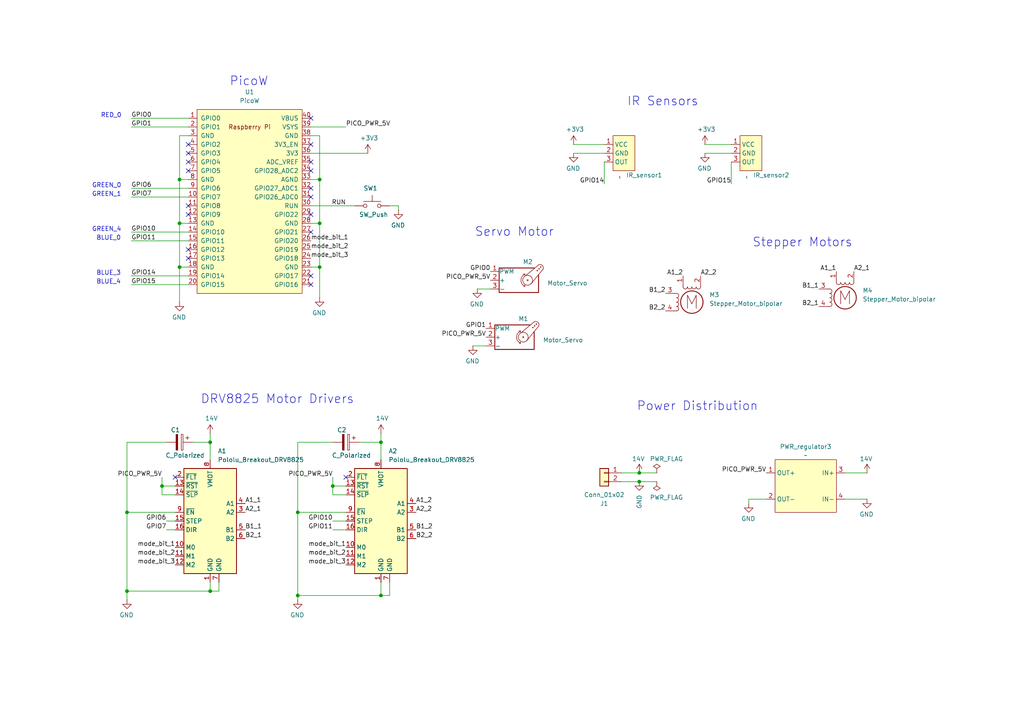
<source format=kicad_sch>
(kicad_sch (version 20231120) (generator "eeschema") (generator_version "8.0")
  (paper "A4")
  (lib_symbols
    (symbol "Connector_Generic:Conn_01x02" (pin_names (offset 1.016) hide)
      (property "Reference" "J" (at 0 2.54 0))
      (property "Value" "Conn_01x02" (at 0 -5.08 0))
      (symbol "Conn_01x02_1_1"
        (rectangle (start -1.27 -2.413) (end 0 -2.667) (stroke (width 0.1524)))
        (rectangle (start -1.27 0.127) (end 0 -0.127) (stroke (width 0.1524)))
        (rectangle (start -1.27 1.27) (end 1.27 -3.81) (stroke (width 0.254)) (fill (type background)))
        (pin passive line (at -5.08 0 0) (length 3.81) (name "Pin_1") (number "1"))
        (pin passive line (at -5.08 -2.54 0) (length 3.81) (name "Pin_2") (number "2"))
      )
    )
    (symbol "Device:C_Polarized" (pin_numbers hide) (pin_names (offset 0.254))
      (property "Reference" "C" (at 0.635 2.54 0))
      (property "Value" "C_Polarized" (at 0.635 -2.54 0))
      (symbol "C_Polarized_0_1"
        (rectangle (start -2.286 0.508) (end 2.286 1.016))
        (polyline (pts (xy -1.778 2.286) (xy -0.762 2.286)))
        (polyline (pts (xy -1.27 2.794) (xy -1.27 1.778)))
        (rectangle (start 2.286 -0.508) (end -2.286 -1.016) (fill (type outline)))
      )
      (symbol "C_Polarized_1_1"
        (pin passive line (at 0 3.81 270) (length 2.794) (name "~") (number "1"))
        (pin passive line (at 0 -3.81 90) (length 2.794) (name "~") (number "2"))
      )
    )
    (symbol "Driver_Motor:Pololu_Breakout_DRV8825"
      (property "Reference" "A" (at -2.54 16.51 0))
      (property "Value" "Pololu_Breakout_DRV8825" (at -2.54 13.97 0))
      (symbol "Pololu_Breakout_DRV8825_0_1"
        (rectangle (start 7.62 -17.78) (end -7.62 12.7) (stroke (width 0.254)) (fill (type background)))
      )
      (symbol "Pololu_Breakout_DRV8825_1_1"
        (pin power_in line (at 0 -20.32 90) (length 2.54) (name "GND") (number "1"))
        (pin input line (at -10.16 -10.16 0) (length 2.54) (name "M0") (number "10"))
        (pin input line (at -10.16 -12.7 0) (length 2.54) (name "M1") (number "11"))
        (pin input line (at -10.16 -15.24 0) (length 2.54) (name "M2") (number "12"))
        (pin input line (at -10.16 7.62 0) (length 2.54) (name "~{RST}") (number "13"))
        (pin input line (at -10.16 5.08 0) (length 2.54) (name "~{SLP}") (number "14"))
        (pin input line (at -10.16 -2.54 0) (length 2.54) (name "STEP") (number "15"))
        (pin input line (at -10.16 -5.08 0) (length 2.54) (name "DIR") (number "16"))
        (pin output line (at -10.16 10.16 0) (length 2.54) (name "~{FLT}") (number "2"))
        (pin output line (at 10.16 0 180) (length 2.54) (name "A2") (number "3"))
        (pin output line (at 10.16 2.54 180) (length 2.54) (name "A1") (number "4"))
        (pin output line (at 10.16 -5.08 180) (length 2.54) (name "B1") (number "5"))
        (pin output line (at 10.16 -7.62 180) (length 2.54) (name "B2") (number "6"))
        (pin power_in line (at 2.54 -20.32 90) (length 2.54) (name "GND") (number "7"))
        (pin power_in line (at 0 15.24 270) (length 2.54) (name "VMOT") (number "8"))
        (pin input line (at -10.16 0 0) (length 2.54) (name "~{EN}") (number "9"))
      )
    )
    (symbol "Motor:Motor_Servo" (pin_names (offset 0.0254))
      (property "Reference" "M" (at -5.08 4.445 0))
      (property "Value" "Motor_Servo" (at -5.08 -4.064 0))
      (symbol "Motor_Servo_0_1"
        (polyline (pts (xy 2.413 -1.778) (xy 2.032 -1.778)))
        (polyline (pts (xy 2.413 -1.778) (xy 2.286 -1.397)))
        (polyline (pts (xy 2.413 1.778) (xy 1.905 1.778)))
        (polyline (pts (xy 2.413 1.778) (xy 2.286 1.397)))
        (polyline (pts (xy 6.35 4.445) (xy 2.54 1.27)))
        (polyline (pts (xy 7.62 3.175) (xy 4.191 -1.016)))
        (polyline (pts (xy 5.08 3.556) (xy -5.08 3.556) (xy -5.08 -3.556) (xy 6.35 -3.556) (xy 6.35 1.524)) (stroke (width 0.254)))
        (arc (start 2.413 1.778) (mid 1.2406 0) (end 2.413 -1.778))
        (circle (center 3.175 0) (radius 0.1778))
        (circle (center 3.175 0) (radius 1.4224))
        (circle (center 5.969 2.794) (radius 0.127))
        (circle (center 6.477 3.302) (radius 0.127))
        (circle (center 6.985 3.81) (radius 0.127))
        (arc (start 7.62 3.175) (mid 7.4485 4.2735) (end 6.35 4.445))
      )
      (symbol "Motor_Servo_1_1"
        (pin passive line (at -7.62 2.54 0) (length 2.54) (name "PWM") (number "1"))
        (pin passive line (at -7.62 0 0) (length 2.54) (name "+") (number "2"))
        (pin passive line (at -7.62 -2.54 0) (length 2.54) (name "-") (number "3"))
      )
    )
    (symbol "Motor:Stepper_Motor_bipolar" (pin_names (offset 0) hide)
      (property "Reference" "M" (at 3.81 2.54 0))
      (property "Value" "Stepper_Motor_bipolar" (at 3.81 1.27 0))
      (symbol "Stepper_Motor_bipolar_0_0"
        (polyline (pts (xy -1.27 -1.778) (xy -1.27 2.032) (xy 0 -0.508) (xy 1.27 2.032) (xy 1.27 -1.778)))
      )
      (symbol "Stepper_Motor_bipolar_0_1"
        (arc (start -4.445 -2.54) (mid -3.8127 -1.905) (end -4.445 -1.27))
        (arc (start -4.445 -1.27) (mid -3.8127 -0.635) (end -4.445 0))
        (arc (start -4.445 0) (mid -3.8127 0.635) (end -4.445 1.27))
        (arc (start -4.445 1.27) (mid -3.8127 1.905) (end -4.445 2.54))
        (arc (start -2.54 4.445) (mid -1.905 3.8127) (end -1.27 4.445))
        (arc (start -1.27 4.445) (mid -0.635 3.8127) (end 0 4.445))
        (polyline (pts (xy -5.08 -2.54) (xy -4.445 -2.54)))
        (polyline (pts (xy -5.08 2.54) (xy -4.445 2.54)))
        (polyline (pts (xy -2.54 5.08) (xy -2.54 4.445)))
        (polyline (pts (xy 2.54 5.08) (xy 2.54 4.445)))
        (circle (center 0 0) (radius 3.2512) (stroke (width 0.254)))
        (arc (start 0 4.445) (mid 0.635 3.8127) (end 1.27 4.445))
        (arc (start 1.27 4.445) (mid 1.905 3.8127) (end 2.54 4.445))
      )
      (symbol "Stepper_Motor_bipolar_1_1"
        (pin passive line (at -2.54 7.62 270) (length 2.54) (name "~") (number "1"))
        (pin passive line (at 2.54 7.62 270) (length 2.54) (name "-") (number "2"))
        (pin passive line (at -7.62 2.54 0) (length 2.54) (name "~") (number "3"))
        (pin passive line (at -7.62 -2.54 0) (length 2.54) (name "~") (number "4"))
      )
    )
    (symbol "New_Library:IR_sensor"
      (property "Reference" "IR_sensor" (at 0 5.08 0))
      (symbol "IR_sensor_1_1"
        (rectangle (start -5.08 3.81) (end 5.08 -2.54) (fill (type background)))
        (pin power_in line (at -2.54 -5.08 90) (length 2.54) (name "VCC") (number "1"))
        (pin bidirectional line (at 0 -5.08 90) (length 2.54) (name "GND") (number "2"))
        (pin bidirectional line (at 2.54 -5.08 90) (length 2.54) (name "OUT") (number "3"))
      )
    )
    (symbol "New_Library:PicoW" (pin_names (offset 1.016))
      (property "Reference" "U1" (at 0 29.21 0))
      (property "Value" "PicoW" (at 0 16.51 0))
      (symbol "PicoW_0_0"
        (text "Raspberry Pi" (at 0 21.59 0) (effects (font (size 1.27 1.27))))
      )
      (symbol "PicoW_0_1"
        (rectangle (start -15.24 26.67) (end 15.24 -26.67) (fill (type background)))
      )
      (symbol "PicoW_1_1"
        (pin bidirectional line (at -17.78 24.13 0) (length 2.54) (name "GPIO0") (number "1"))
        (pin bidirectional line (at -17.78 1.27 0) (length 2.54) (name "GPIO7") (number "10"))
        (pin bidirectional line (at -17.78 -1.27 0) (length 2.54) (name "GPIO8") (number "11"))
        (pin bidirectional line (at -17.78 -3.81 0) (length 2.54) (name "GPIO9") (number "12"))
        (pin power_in line (at -17.78 -6.35 0) (length 2.54) (name "GND") (number "13"))
        (pin bidirectional line (at -17.78 -8.89 0) (length 2.54) (name "GPIO10") (number "14"))
        (pin bidirectional line (at -17.78 -11.43 0) (length 2.54) (name "GPIO11") (number "15"))
        (pin bidirectional line (at -17.78 -13.97 0) (length 2.54) (name "GPIO12") (number "16"))
        (pin bidirectional line (at -17.78 -16.51 0) (length 2.54) (name "GPIO13") (number "17"))
        (pin power_in line (at -17.78 -19.05 0) (length 2.54) (name "GND") (number "18"))
        (pin bidirectional line (at -17.78 -21.59 0) (length 2.54) (name "GPIO14") (number "19"))
        (pin bidirectional line (at -17.78 21.59 0) (length 2.54) (name "GPIO1") (number "2"))
        (pin bidirectional line (at -17.78 -24.13 0) (length 2.54) (name "GPIO15") (number "20"))
        (pin bidirectional line (at 17.78 -24.13 180) (length 2.54) (name "GPIO16") (number "21"))
        (pin bidirectional line (at 17.78 -21.59 180) (length 2.54) (name "GPIO17") (number "22"))
        (pin power_in line (at 17.78 -19.05 180) (length 2.54) (name "GND") (number "23"))
        (pin bidirectional line (at 17.78 -16.51 180) (length 2.54) (name "GPIO18") (number "24"))
        (pin bidirectional line (at 17.78 -13.97 180) (length 2.54) (name "GPIO19") (number "25"))
        (pin bidirectional line (at 17.78 -11.43 180) (length 2.54) (name "GPIO20") (number "26"))
        (pin bidirectional line (at 17.78 -8.89 180) (length 2.54) (name "GPIO21") (number "27"))
        (pin power_in line (at 17.78 -6.35 180) (length 2.54) (name "GND") (number "28"))
        (pin bidirectional line (at 17.78 -3.81 180) (length 2.54) (name "GPIO22") (number "29"))
        (pin power_in line (at -17.78 19.05 0) (length 2.54) (name "GND") (number "3"))
        (pin input line (at 17.78 -1.27 180) (length 2.54) (name "RUN") (number "30"))
        (pin bidirectional line (at 17.78 1.27 180) (length 2.54) (name "GPIO26_ADC0") (number "31"))
        (pin bidirectional line (at 17.78 3.81 180) (length 2.54) (name "GPIO27_ADC1") (number "32"))
        (pin power_in line (at 17.78 6.35 180) (length 2.54) (name "AGND") (number "33"))
        (pin bidirectional line (at 17.78 8.89 180) (length 2.54) (name "GPIO28_ADC2") (number "34"))
        (pin unspecified line (at 17.78 11.43 180) (length 2.54) (name "ADC_VREF") (number "35"))
        (pin power_out line (at 17.78 13.97 180) (length 2.54) (name "3V3") (number "36"))
        (pin input line (at 17.78 16.51 180) (length 2.54) (name "3V3_EN") (number "37"))
        (pin bidirectional line (at 17.78 19.05 180) (length 2.54) (name "GND") (number "38"))
        (pin power_in line (at 17.78 21.59 180) (length 2.54) (name "VSYS") (number "39"))
        (pin bidirectional line (at -17.78 16.51 0) (length 2.54) (name "GPIO2") (number "4"))
        (pin power_out line (at 17.78 24.13 180) (length 2.54) (name "VBUS") (number "40"))
        (pin bidirectional line (at -17.78 13.97 0) (length 2.54) (name "GPIO3") (number "5"))
        (pin bidirectional line (at -17.78 11.43 0) (length 2.54) (name "GPIO4") (number "6"))
        (pin bidirectional line (at -17.78 8.89 0) (length 2.54) (name "GPIO5") (number "7"))
        (pin power_in line (at -17.78 6.35 0) (length 2.54) (name "GND") (number "8"))
        (pin bidirectional line (at -17.78 3.81 0) (length 2.54) (name "GPIO6") (number "9"))
      )
    )
    (symbol "New_Library:Power_regulator"
      (property "Reference" "PWR_regulator" (at -0.254 10.16 0))
      (symbol "Power_regulator_1_1"
        (rectangle (start -8.89 7.62) (end 8.89 -7.62) (fill (type background)))
        (pin power_out line (at -11.43 3.81 0) (length 2.54) (name "OUT+") (number "1"))
        (pin power_in line (at -11.43 -3.81 0) (length 2.54) (name "OUT-") (number "2"))
        (pin power_in line (at 11.43 3.81 180) (length 2.54) (name "IN+") (number "3"))
        (pin power_in line (at 11.43 -3.81 180) (length 2.54) (name "IN-") (number "4"))
      )
    )
    (symbol "Switch:SW_Push" (pin_numbers hide) (pin_names (offset 1.016) hide)
      (property "Reference" "SW" (at 1.27 2.54 0))
      (property "Value" "SW_Push" (at 0 -1.524 0))
      (symbol "SW_Push_0_1"
        (circle (center -2.032 0) (radius 0.508))
        (polyline (pts (xy 0 1.27) (xy 0 3.048)))
        (polyline (pts (xy 2.54 1.27) (xy -2.54 1.27)))
        (circle (center 2.032 0) (radius 0.508))
        (pin passive line (at -5.08 0 0) (length 2.54) (name "1") (number "1"))
        (pin passive line (at 5.08 0 180) (length 2.54) (name "2") (number "2"))
      )
    )
    (symbol "power:+3.3V" (power) (pin_numbers hide) (pin_names (offset 0) hide)
      (property "Value" "+3.3V" (at 0 3.556 0))
      (symbol "+3.3V_0_1"
        (polyline (pts (xy -0.762 1.27) (xy 0 2.54)))
        (polyline (pts (xy 0 0) (xy 0 2.54)))
        (polyline (pts (xy 0 2.54) (xy 0.762 1.27)))
      )
      (symbol "+3.3V_1_1"
        (pin power_in line (at 0 0 90) (length 0) (name "~") (number "1"))
      )
    )
    (symbol "power:GND" (power) (pin_numbers hide) (pin_names (offset 0) hide)
      (property "Value" "GND" (at 0 -3.81 0))
      (symbol "GND_0_1"
        (polyline (pts (xy 0 0) (xy 0 -1.27) (xy 1.27 -1.27) (xy 0 -2.54) (xy -1.27 -1.27) (xy 0 -1.27)))
      )
      (symbol "GND_1_1"
        (pin power_in line (at 0 0 270) (length 0) (name "~") (number "1"))
      )
    )
    (symbol "power:PWR_FLAG" (power) (pin_numbers hide) (pin_names (offset 0) hide)
      (property "Value" "PWR_FLAG" (at 0 3.81 0))
      (symbol "PWR_FLAG_0_0"
        (pin power_out line (at 0 0 90) (length 0) (name "~") (number "1"))
      )
      (symbol "PWR_FLAG_0_1"
        (polyline (pts (xy 0 0) (xy 0 1.27) (xy -1.016 1.905) (xy 0 2.54) (xy 1.016 1.905) (xy 0 1.27)))
      )
    )
    (symbol "power:VCC" (power) (pin_numbers hide) (pin_names (offset 0) hide)
      (property "Value" "VCC" (at 0 3.556 0))
      (symbol "VCC_0_1"
        (polyline (pts (xy -0.762 1.27) (xy 0 2.54)))
        (polyline (pts (xy 0 0) (xy 0 2.54)))
        (polyline (pts (xy 0 2.54) (xy 0.762 1.27)))
      )
      (symbol "VCC_1_1"
        (pin power_in line (at 0 0 90) (length 0) (name "~") (number "1"))
      )
    )
  )
  (junction (at 96.52 140.97))
  (junction (at 185.42 137.16))
  (junction (at 46.99 140.97))
  (junction (at 86.36 148.59))
  (junction (at 86.36 172.72))
  (junction (at 52.07 77.47))
  (junction (at 92.71 64.77))
  (junction (at 52.07 64.77))
  (junction (at 52.07 52.07))
  (junction (at 92.71 77.47))
  (junction (at 110.49 172.72))
  (junction (at 36.83 171.45))
  (junction (at 185.42 139.7))
  (junction (at 60.96 171.45))
  (junction (at 92.71 52.07))
  (junction (at 110.49 128.27))
  (junction (at 60.96 128.27))
  (junction (at 36.83 148.59))
  (no_connect (at 54.61 41.91))
  (no_connect (at 90.17 57.15))
  (no_connect (at 90.17 34.29))
  (no_connect (at 54.61 49.53))
  (no_connect (at 90.17 62.23))
  (no_connect (at 50.8 138.43))
  (no_connect (at 90.17 54.61))
  (no_connect (at 54.61 62.23))
  (no_connect (at 90.17 49.53))
  (no_connect (at 54.61 44.45))
  (no_connect (at 90.17 41.91))
  (no_connect (at 54.61 59.69))
  (no_connect (at 90.17 46.99))
  (no_connect (at 54.61 72.39))
  (no_connect (at 90.17 82.55))
  (no_connect (at 90.17 67.31))
  (no_connect (at 100.33 138.43))
  (no_connect (at 54.61 46.99))
  (no_connect (at 90.17 80.01))
  (no_connect (at 54.61 74.93))
  (wire (pts (xy 55.88 128.27) (xy 60.96 128.27)))
  (wire (pts (xy 48.26 151.13) (xy 50.8 151.13)))
  (wire (pts (xy 137.16 100.33) (xy 140.97 100.33)))
  (wire (pts (xy 46.99 140.97) (xy 50.8 140.97)))
  (wire (pts (xy 54.61 39.37) (xy 52.07 39.37)))
  (wire (pts (xy 63.5 168.91) (xy 63.5 171.45)))
  (wire (pts (xy 46.99 143.51) (xy 50.8 143.51)))
  (wire (pts (xy 217.17 146.05) (xy 217.17 144.78)))
  (wire (pts (xy 204.47 41.91) (xy 212.09 41.91)))
  (wire (pts (xy 96.52 151.13) (xy 100.33 151.13)))
  (wire (pts (xy 52.07 52.07) (xy 52.07 64.77)))
  (wire (pts (xy 113.03 168.91) (xy 113.03 172.72)))
  (wire (pts (xy 60.96 125.73) (xy 60.96 128.27)))
  (wire (pts (xy 96.52 140.97) (xy 100.33 140.97)))
  (wire (pts (xy 92.71 52.07) (xy 92.71 64.77)))
  (wire (pts (xy 54.61 77.47) (xy 52.07 77.47)))
  (wire (pts (xy 38.1 80.01) (xy 54.61 80.01)))
  (wire (pts (xy 38.1 57.15) (xy 54.61 57.15)))
  (wire (pts (xy 38.1 34.29) (xy 54.61 34.29)))
  (wire (pts (xy 38.1 82.55) (xy 54.61 82.55)))
  (wire (pts (xy 245.11 144.78) (xy 251.46 144.78)))
  (wire (pts (xy 36.83 128.27) (xy 36.83 148.59)))
  (wire (pts (xy 38.1 69.85) (xy 54.61 69.85)))
  (wire (pts (xy 48.26 153.67) (xy 50.8 153.67)))
  (wire (pts (xy 90.17 39.37) (xy 92.71 39.37)))
  (wire (pts (xy 52.07 77.47) (xy 52.07 87.63)))
  (wire (pts (xy 180.34 137.16) (xy 185.42 137.16)))
  (wire (pts (xy 90.17 44.45) (xy 106.68 44.45)))
  (wire (pts (xy 60.96 128.27) (xy 60.96 133.35)))
  (wire (pts (xy 46.99 140.97) (xy 46.99 138.43)))
  (wire (pts (xy 38.1 54.61) (xy 54.61 54.61)))
  (wire (pts (xy 96.52 140.97) (xy 96.52 143.51)))
  (wire (pts (xy 245.11 137.16) (xy 251.46 137.16)))
  (wire (pts (xy 138.43 83.82) (xy 142.24 83.82)))
  (wire (pts (xy 96.52 143.51) (xy 100.33 143.51)))
  (wire (pts (xy 54.61 64.77) (xy 52.07 64.77)))
  (wire (pts (xy 86.36 148.59) (xy 100.33 148.59)))
  (wire (pts (xy 36.83 173.99) (xy 36.83 171.45)))
  (wire (pts (xy 90.17 77.47) (xy 92.71 77.47)))
  (wire (pts (xy 86.36 172.72) (xy 110.49 172.72)))
  (wire (pts (xy 104.14 128.27) (xy 110.49 128.27)))
  (wire (pts (xy 36.83 171.45) (xy 60.96 171.45)))
  (wire (pts (xy 86.36 128.27) (xy 86.36 148.59)))
  (wire (pts (xy 52.07 64.77) (xy 52.07 77.47)))
  (wire (pts (xy 60.96 171.45) (xy 60.96 168.91)))
  (wire (pts (xy 92.71 64.77) (xy 92.71 77.47)))
  (wire (pts (xy 36.83 148.59) (xy 36.83 171.45)))
  (wire (pts (xy 110.49 172.72) (xy 110.49 168.91)))
  (wire (pts (xy 46.99 140.97) (xy 46.99 143.51)))
  (wire (pts (xy 96.52 153.67) (xy 100.33 153.67)))
  (wire (pts (xy 38.1 36.83) (xy 54.61 36.83)))
  (wire (pts (xy 166.37 44.45) (xy 175.26 44.45)))
  (wire (pts (xy 90.17 52.07) (xy 92.71 52.07)))
  (wire (pts (xy 48.26 128.27) (xy 36.83 128.27)))
  (wire (pts (xy 217.17 144.78) (xy 222.25 144.78)))
  (wire (pts (xy 212.09 53.34) (xy 212.09 46.99)))
  (wire (pts (xy 204.47 44.45) (xy 212.09 44.45)))
  (wire (pts (xy 92.71 39.37) (xy 92.71 52.07)))
  (wire (pts (xy 185.42 137.16) (xy 190.5 137.16)))
  (wire (pts (xy 86.36 173.99) (xy 86.36 172.72)))
  (wire (pts (xy 63.5 171.45) (xy 60.96 171.45)))
  (wire (pts (xy 175.26 53.34) (xy 175.26 46.99)))
  (wire (pts (xy 166.37 41.91) (xy 175.26 41.91)))
  (wire (pts (xy 113.03 59.69) (xy 115.57 59.69)))
  (wire (pts (xy 110.49 125.73) (xy 110.49 128.27)))
  (wire (pts (xy 52.07 39.37) (xy 52.07 52.07)))
  (wire (pts (xy 90.17 64.77) (xy 92.71 64.77)))
  (wire (pts (xy 96.52 128.27) (xy 86.36 128.27)))
  (wire (pts (xy 92.71 77.47) (xy 92.71 86.36)))
  (wire (pts (xy 38.1 67.31) (xy 54.61 67.31)))
  (wire (pts (xy 86.36 148.59) (xy 86.36 172.72)))
  (wire (pts (xy 185.42 139.7) (xy 190.5 139.7)))
  (wire (pts (xy 90.17 36.83) (xy 100.33 36.83)))
  (wire (pts (xy 36.83 148.59) (xy 50.8 148.59)))
  (wire (pts (xy 113.03 172.72) (xy 110.49 172.72)))
  (wire (pts (xy 110.49 128.27) (xy 110.49 133.35)))
  (wire (pts (xy 90.17 59.69) (xy 102.87 59.69)))
  (wire (pts (xy 54.61 52.07) (xy 52.07 52.07)))
  (wire (pts (xy 180.34 139.7) (xy 185.42 139.7)))
  (wire (pts (xy 96.52 138.43) (xy 96.52 140.97)))
  (wire (pts (xy 115.57 59.69) (xy 115.57 60.96)))
  (text "BLUE_0" (at 27.94 69.85 0) (effects (font (size 1.27 1.27)) (justify left bottom)))
  (text "IR Sensors\n" (at 181.864 30.988 0) (effects (font (size 2.54 2.54)) (justify left bottom)))
  (text "DRV8825 Motor Drivers" (at 58.166 117.348 0) (effects (font (size 2.54 2.54)) (justify left bottom)))
  (text "Power Distribution\n" (at 184.658 119.38 0) (effects (font (size 2.54 2.54)) (justify left bottom)))
  (text "Servo Motor\n" (at 137.668 68.834 0) (effects (font (size 2.54 2.54)) (justify left bottom)))
  (text "GREEN_0" (at 26.67 54.61 0) (effects (font (size 1.27 1.27)) (justify left bottom)))
  (text "GREEN_4" (at 26.67 67.31 0) (effects (font (size 1.27 1.27)) (justify left bottom)))
  (text "PicoW" (at 66.548 25.146 0) (effects (font (size 2.54 2.54)) (justify left bottom)))
  (text "BLUE_4" (at 27.94 82.55 0) (effects (font (size 1.27 1.27)) (justify left bottom)))
  (text "GREEN_1" (at 26.67 57.15 0) (effects (font (size 1.27 1.27)) (justify left bottom)))
  (text "Stepper Motors\n" (at 218.186 71.882 0) (effects (font (size 2.54 2.54)) (justify left bottom)))
  (text "BLUE_3" (at 27.94 80.01 0) (effects (font (size 1.27 1.27)) (justify left bottom)))
  (text "RED_0" (at 29.21 34.29 0) (effects (font (size 1.27 1.27)) (justify left bottom)))
  (label "mode_bit_2" (at 100.33 161.29 180))
  (label "mode_bit_3" (at 100.33 163.83 180))
  (label "GPIO0" (at 38.1 34.29 0))
  (label "GPIO1" (at 140.97 95.25 180))
  (label "A2_2" (at 120.65 148.59 0))
  (label "mode_bit_2" (at 50.8 161.29 180))
  (label "mode_bit_3" (at 90.17 74.93 0))
  (label "GPIO0" (at 142.24 78.74 180))
  (label "mode_bit_2" (at 90.17 72.39 0))
  (label "PICO_PWR_5V" (at 142.24 81.28 180))
  (label "GPIO11" (at 38.1 69.85 0))
  (label "B1_1" (at 237.49 83.82 180))
  (label "PICO_PWR_5V" (at 140.97 97.79 180))
  (label "GPIO14" (at 38.1 80.01 0))
  (label "GPIO6" (at 48.26 151.13 180))
  (label "A1_2" (at 120.65 146.05 0))
  (label "B1_2" (at 193.04 85.09 180))
  (label "A2_2" (at 203.2 80.01 0))
  (label "GPIO6" (at 38.1 54.61 0))
  (label "PICO_PWR_5V" (at 46.99 138.43 180))
  (label "PICO_PWR_5V" (at 96.52 138.43 180))
  (label "B2_2" (at 193.04 90.17 180))
  (label "mode_bit_3" (at 50.8 163.83 180))
  (label "GPIO1" (at 38.1 36.83 0))
  (label "B1_1" (at 71.12 153.67 0))
  (label "GPIO7" (at 38.1 57.15 0))
  (label "GPIO10" (at 96.52 151.13 180))
  (label "GPIO10" (at 38.1 67.31 0))
  (label "RUN" (at 100.33 59.69 180))
  (label "A2_1" (at 247.65 78.74 0))
  (label "mode_bit_1" (at 50.8 158.75 180))
  (label "GPIO11" (at 96.52 153.67 180))
  (label "GPIO15" (at 212.09 53.34 180))
  (label "PICO_PWR_5V" (at 100.33 36.83 0))
  (label "A1_1" (at 242.57 78.74 180))
  (label "B2_2" (at 120.65 156.21 0))
  (label "GPIO14" (at 175.26 53.34 180))
  (label "B2_1" (at 237.49 88.9 180))
  (label "B1_2" (at 120.65 153.67 0))
  (label "GPIO15" (at 38.1 82.55 0))
  (label "PICO_PWR_5V" (at 222.25 137.16 180))
  (label "A2_1" (at 71.12 148.59 0))
  (label "B2_1" (at 71.12 156.21 0))
  (label "A1_1" (at 71.12 146.05 0))
  (label "mode_bit_1" (at 100.33 158.75 180))
  (label "mode_bit_1" (at 90.17 69.85 0))
  (label "GPIO7" (at 48.26 153.67 180))
  (label "A1_2" (at 198.12 80.01 180))
  (symbol (lib_id "power:GND") (at 86.36 173.99 0) (mirror y) (unit 1)
    (property "Reference" "#PWR05" (effects (hide yes)))
    (property "Value" "GND" (at 86.233 178.3842 0))
    (property "Description" "Power symbol creates a global label with name \"GND\" , ground" (effects (hide yes)))
  )
  (symbol (lib_id "power:GND") (at 138.43 83.82 0) (mirror y) (unit 1)
    (property "Reference" "#PWR012" (effects (hide yes)))
    (property "Value" "GND" (at 138.303 88.2142 0))
    (property "Description" "Power symbol creates a global label with name \"GND\" , ground" (effects (hide yes)))
  )
  (symbol (lib_id "power:+3.3V") (at 106.68 44.45 0) (unit 1)
    (property "Reference" "#PWR08" (effects (hide yes)))
    (property "Value" "+3V3" (at 107.061 40.0558 0))
    (property "Description" "Power symbol creates a global label with name \"+3.3V\"" (effects (hide yes)))
  )
  (symbol (lib_id "New_Library:IR_sensor") (at 217.17 44.45 270) (unit 1)
    (property "Reference" "IR_sensor2" (at 218.4401 50.8 90) (effects (justify left)))
    (property "Value" "~" (at 216.535 50.8 0) (effects (justify left)))
    (property "Footprint" "Connector_PinHeader_2.54mm:PinHeader_1x03_P2.54mm_Vertical" (effects (hide yes)))
  )
  (symbol (lib_id "Motor:Motor_Servo") (at 148.59 97.79 0) (unit 1)
    (property "Reference" "M1" (at 150.368 92.456 0) (effects (justify left)))
    (property "Value" "Motor_Servo" (at 157.48 98.6265 0) (effects (justify left)))
    (property "Footprint" "Connector_PinHeader_2.54mm:PinHeader_1x03_P2.54mm_Horizontal" (effects (hide yes)))
    (property "Datasheet" "http://forums.parallax.com/uploads/attachments/46831/74481.png" (effects (hide yes)))
    (property "Description" "Servo Motor (Futaba, HiTec, JR connector)" (effects (hide yes)))
  )
  (symbol (lib_id "Device:C_Polarized") (at 52.07 128.27 270) (unit 1)
    (property "Reference" "C1" (at 49.53 124.714 90) (effects (justify left)))
    (property "Value" "C_Polarized" (at 48.006 132.08 90) (effects (justify left)))
    (property "Footprint" "Capacitor_THT:CP_Radial_D6.3mm_P2.50mm" (effects (hide yes)))
    (property "Description" "Polarized capacitor" (effects (hide yes)))
  )
  (symbol (lib_id "Connector_Generic:Conn_01x02") (at 175.26 137.16 0) (mirror y) (unit 1)
    (property "Reference" "J1" (at 175.26 146.05 0))
    (property "Value" "Conn_01x02" (at 175.26 143.51 0))
    (property "Footprint" "Connector_AMASS:AMASS_XT60PW-M_1x02_P7.20mm_Horizontal" (effects (hide yes)))
    (property "Description" "Generic connector, single row, 01x02, script generated (kicad-library-utils/schlib/autogen/connector/)" (effects (hide yes)))
  )
  (symbol (lib_id "power:GND") (at 204.47 44.45 0) (mirror y) (unit 1)
    (property "Reference" "#PWR023" (effects (hide yes)))
    (property "Value" "GND" (at 204.343 48.8442 0))
    (property "Description" "Power symbol creates a global label with name \"GND\" , ground" (effects (hide yes)))
  )
  (symbol (lib_id "power:GND") (at 166.37 44.45 0) (mirror y) (unit 1)
    (property "Reference" "#PWR019" (effects (hide yes)))
    (property "Value" "GND" (at 166.243 48.8442 0))
    (property "Description" "Power symbol creates a global label with name \"GND\" , ground" (effects (hide yes)))
  )
  (symbol (lib_id "power:GND") (at 251.46 144.78 0) (mirror y) (unit 1)
    (property "Reference" "#PWR027" (effects (hide yes)))
    (property "Value" "GND" (at 251.333 149.1742 0))
    (property "Description" "Power symbol creates a global label with name \"GND\" , ground" (effects (hide yes)))
  )
  (symbol (lib_id "power:+3.3V") (at 166.37 41.91 0) (unit 1)
    (property "Reference" "#PWR016" (effects (hide yes)))
    (property "Value" "+3V3" (at 166.751 37.5158 0))
    (property "Description" "Power symbol creates a global label with name \"+3.3V\"" (effects (hide yes)))
  )
  (symbol (lib_id "power:+3.3V") (at 60.96 125.73 0) (unit 1)
    (property "Reference" "#PWR03" (effects (hide yes)))
    (property "Value" "14V" (at 61.341 121.3358 0))
    (property "Description" "Power symbol creates a global label with name \"+3.3V\"" (effects (hide yes)))
  )
  (symbol (lib_id "New_Library:Power_regulator") (at 233.68 140.97 0) (unit 1)
    (property "Reference" "PWR_regulator3" (at 233.68 129.54 0))
    (property "Value" "~" (at 233.68 132.08 0))
    (property "Footprint" "capstone:YAAJ_DCDC_StepDown_LM2596" (effects (hide yes)))
  )
  (symbol (lib_id "New_Library:PicoW") (at 72.39 58.42 0) (unit 1)
    (property "Reference" "U1" (at 72.39 26.67 0))
    (property "Value" "PicoW" (at 72.39 29.21 0))
    (property "Footprint" "capstone:RPi_PicoW_SMD_TH" (effects (hide yes)))
  )
  (symbol (lib_id "Driver_Motor:Pololu_Breakout_DRV8825") (at 110.49 148.59 0) (unit 1)
    (property "Reference" "A2" (at 112.6841 130.81 0) (effects (justify left)))
    (property "Value" "Pololu_Breakout_DRV8825" (at 112.6841 133.35 0) (effects (justify left)))
    (property "Footprint" "Module:Pololu_Breakout-16_15.2x20.3mm" (effects (hide yes)))
    (property "Datasheet" "https://www.pololu.com/product/2982" (effects (hide yes)))
    (property "Description" "Pololu Breakout Board, Stepper Driver DRV8825" (effects (hide yes)))
  )
  (symbol (lib_id "power:PWR_FLAG") (at 190.5 137.16 0) (unit 1)
    (property "Reference" "#FLG01" (effects (hide yes)))
    (property "Value" "PWR_FLAG" (at 193.294 133.096 0))
    (property "Description" "Special symbol for telling ERC where power comes from" (effects (hide yes)))
  )
  (symbol (lib_id "Motor:Stepper_Motor_bipolar") (at 200.66 87.63 0) (unit 1)
    (property "Reference" "M3" (at 205.74 85.509 0) (effects (justify left)))
    (property "Value" "Stepper_Motor_bipolar" (at 205.74 88.049 0) (effects (justify left)))
    (property "Footprint" "Connector_PinHeader_2.54mm:PinHeader_1x04_P2.54mm_Horizontal" (effects (hide yes)))
    (property "Datasheet" "http://www.infineon.com/dgdl/Application-Note-TLE8110EE_driving_UniPolarStepperMotor_V1.1.pdf?fileId=db3a30431be39b97011be5d0aa0a00b0" (effects (hide yes)))
    (property "Description" "4-wire bipolar stepper motor" (effects (hide yes)))
  )
  (symbol (lib_id "power:GND") (at 185.42 139.7 0) (unit 1)
    (property "Reference" "#PWR015" (effects (hide yes)))
    (property "Value" "GND" (at 185.4201 143.51 90) (effects (justify right)))
    (property "Description" "Power symbol creates a global label with name \"GND\" , ground" (effects (hide yes)))
  )
  (symbol (lib_id "Driver_Motor:Pololu_Breakout_DRV8825") (at 60.96 148.59 0) (unit 1)
    (property "Reference" "A1" (at 63.1541 130.81 0) (effects (justify left)))
    (property "Value" "Pololu_Breakout_DRV8825" (at 63.1541 133.35 0) (effects (justify left)))
    (property "Footprint" "Module:Pololu_Breakout-16_15.2x20.3mm" (effects (hide yes)))
    (property "Datasheet" "https://www.pololu.com/product/2982" (effects (hide yes)))
    (property "Description" "Pololu Breakout Board, Stepper Driver DRV8825" (effects (hide yes)))
  )
  (symbol (lib_id "power:+3.3V") (at 110.49 125.73 0) (unit 1)
    (property "Reference" "#PWR09" (effects (hide yes)))
    (property "Value" "14V" (at 110.871 121.3358 0))
    (property "Description" "Power symbol creates a global label with name \"+3.3V\"" (effects (hide yes)))
  )
  (symbol (lib_id "power:GND") (at 92.71 86.36 0) (mirror y) (unit 1)
    (property "Reference" "#PWR06" (effects (hide yes)))
    (property "Value" "GND" (at 92.583 90.7542 0))
    (property "Description" "Power symbol creates a global label with name \"GND\" , ground" (effects (hide yes)))
  )
  (symbol (lib_id "Motor:Motor_Servo") (at 149.86 81.28 0) (unit 1)
    (property "Reference" "M2" (at 151.638 75.946 0) (effects (justify left)))
    (property "Value" "Motor_Servo" (at 158.75 82.1165 0) (effects (justify left)))
    (property "Footprint" "Connector_PinHeader_2.54mm:PinHeader_1x03_P2.54mm_Horizontal" (effects (hide yes)))
    (property "Datasheet" "http://forums.parallax.com/uploads/attachments/46831/74481.png" (effects (hide yes)))
    (property "Description" "Servo Motor (Futaba, HiTec, JR connector)" (effects (hide yes)))
  )
  (symbol (lib_id "power:GND") (at 36.83 173.99 0) (mirror y) (unit 1)
    (property "Reference" "#PWR01" (effects (hide yes)))
    (property "Value" "GND" (at 36.703 178.3842 0))
    (property "Description" "Power symbol creates a global label with name \"GND\" , ground" (effects (hide yes)))
  )
  (symbol (lib_id "power:GND") (at 137.16 100.33 0) (mirror y) (unit 1)
    (property "Reference" "#PWR011" (effects (hide yes)))
    (property "Value" "GND" (at 137.033 104.7242 0))
    (property "Description" "Power symbol creates a global label with name \"GND\" , ground" (effects (hide yes)))
  )
  (symbol (lib_id "Device:C_Polarized") (at 100.33 128.27 270) (unit 1)
    (property "Reference" "C2" (at 97.79 124.714 90) (effects (justify left)))
    (property "Value" "C_Polarized" (at 96.266 132.08 90) (effects (justify left)))
    (property "Footprint" "Capacitor_THT:CP_Radial_D6.3mm_P2.50mm" (effects (hide yes)))
    (property "Description" "Polarized capacitor" (effects (hide yes)))
  )
  (symbol (lib_id "power:PWR_FLAG") (at 190.5 139.7 180) (unit 1)
    (property "Reference" "#FLG02" (effects (hide yes)))
    (property "Value" "PWR_FLAG" (at 193.294 144.272 0))
    (property "Description" "Special symbol for telling ERC where power comes from" (effects (hide yes)))
  )
  (symbol (lib_id "New_Library:IR_sensor") (at 180.34 44.45 270) (unit 1)
    (property "Reference" "IR_sensor1" (at 181.6101 50.8 90) (effects (justify left)))
    (property "Value" "~" (at 179.705 50.8 0) (effects (justify left)))
    (property "Footprint" "Connector_PinHeader_2.54mm:PinHeader_1x03_P2.54mm_Vertical" (effects (hide yes)))
  )
  (symbol (lib_id "power:+3.3V") (at 204.47 41.91 0) (unit 1)
    (property "Reference" "#PWR022" (effects (hide yes)))
    (property "Value" "+3V3" (at 204.851 37.5158 0))
    (property "Description" "Power symbol creates a global label with name \"+3.3V\"" (effects (hide yes)))
  )
  (symbol (lib_id "power:VCC") (at 251.46 137.16 0) (unit 1)
    (property "Reference" "#PWR026" (effects (hide yes)))
    (property "Value" "14V" (at 251.206 133.096 0))
    (property "Description" "Power symbol creates a global label with name \"VCC\"" (effects (hide yes)))
  )
  (symbol (lib_id "Switch:SW_Push") (at 107.95 59.69 0) (unit 1)
    (property "Reference" "SW1" (at 105.41 54.61 0) (effects (justify left)))
    (property "Value" "SW_Push" (at 104.14 62.23 0) (effects (justify left)))
    (property "Footprint" "Button_Switch_SMD:SW_Push_1P1T_NO_Vertical_Wuerth_434133025816" (effects (hide yes)))
    (property "Description" "Push button switch, generic, two pins" (effects (hide yes)))
  )
  (symbol (lib_id "Motor:Stepper_Motor_bipolar") (at 245.11 86.36 0) (unit 1)
    (property "Reference" "M4" (at 250.19 84.239 0) (effects (justify left)))
    (property "Value" "Stepper_Motor_bipolar" (at 250.19 86.779 0) (effects (justify left)))
    (property "Footprint" "Connector_PinHeader_2.54mm:PinHeader_1x04_P2.54mm_Horizontal" (effects (hide yes)))
    (property "Datasheet" "http://www.infineon.com/dgdl/Application-Note-TLE8110EE_driving_UniPolarStepperMotor_V1.1.pdf?fileId=db3a30431be39b97011be5d0aa0a00b0" (effects (hide yes)))
    (property "Description" "4-wire bipolar stepper motor" (effects (hide yes)))
  )
  (symbol (lib_id "power:GND") (at 52.07 87.63 0) (mirror y) (unit 1)
    (property "Reference" "#PWR02" (effects (hide yes)))
    (property "Value" "GND" (at 51.943 92.0242 0))
    (property "Description" "Power symbol creates a global label with name \"GND\" , ground" (effects (hide yes)))
  )
  (symbol (lib_id "power:VCC") (at 185.42 137.16 0) (unit 1)
    (property "Reference" "#PWR014" (effects (hide yes)))
    (property "Value" "14V" (at 185.166 133.096 0))
    (property "Description" "Power symbol creates a global label with name \"VCC\"" (effects (hide yes)))
  )
  (symbol (lib_id "power:GND") (at 217.17 146.05 0) (mirror y) (unit 1)
    (property "Reference" "#PWR021" (effects (hide yes)))
    (property "Value" "GND" (at 217.043 150.4442 0))
    (property "Description" "Power symbol creates a global label with name \"GND\" , ground" (effects (hide yes)))
  )
  (symbol (lib_id "power:GND") (at 115.57 60.96 0) (mirror y) (unit 1)
    (property "Reference" "#PWR010" (effects (hide yes)))
    (property "Value" "GND" (at 115.443 65.3542 0))
    (property "Description" "Power symbol creates a global label with name \"GND\" , ground" (effects (hide yes)))
  )
)
</source>
